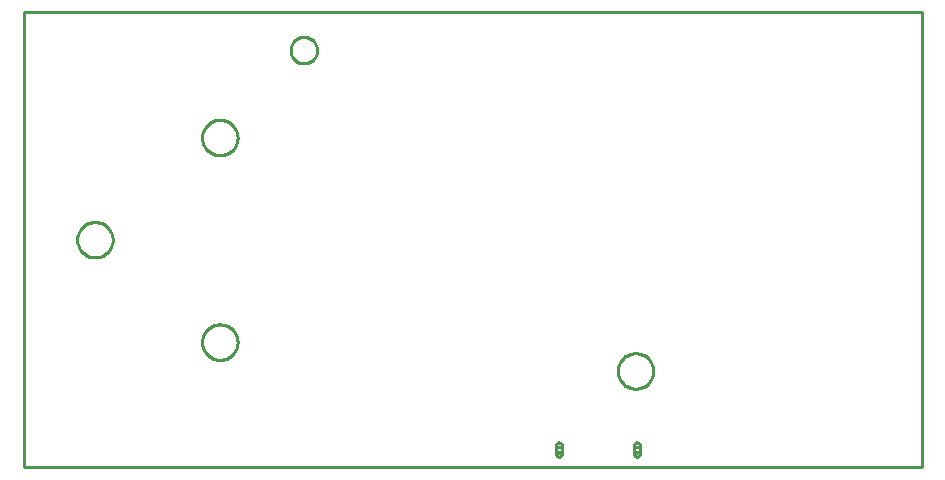
<source format=gbr>
G04 EAGLE Gerber RS-274X export*
G75*
%MOMM*%
%FSLAX34Y34*%
%LPD*%
%IN*%
%IPPOS*%
%AMOC8*
5,1,8,0,0,1.08239X$1,22.5*%
G01*
%ADD10C,0.254000*%


D10*
X0Y0D02*
X760000Y0D01*
X760000Y385000D01*
X0Y385000D01*
X0Y0D01*
X516300Y11300D02*
X516310Y11082D01*
X516338Y10866D01*
X516385Y10653D01*
X516451Y10445D01*
X516534Y10243D01*
X516635Y10050D01*
X516752Y9866D01*
X516885Y9693D01*
X517032Y9532D01*
X517193Y9385D01*
X517366Y9252D01*
X517550Y9135D01*
X517743Y9034D01*
X517945Y8951D01*
X518153Y8885D01*
X518366Y8838D01*
X518582Y8810D01*
X518800Y8800D01*
X519018Y8810D01*
X519234Y8838D01*
X519447Y8885D01*
X519655Y8951D01*
X519857Y9034D01*
X520050Y9135D01*
X520234Y9252D01*
X520407Y9385D01*
X520568Y9532D01*
X520715Y9693D01*
X520848Y9866D01*
X520965Y10050D01*
X521066Y10243D01*
X521149Y10445D01*
X521215Y10653D01*
X521262Y10866D01*
X521291Y11082D01*
X521300Y11300D01*
X521300Y18300D01*
X521291Y18518D01*
X521262Y18734D01*
X521215Y18947D01*
X521149Y19155D01*
X521066Y19357D01*
X520965Y19550D01*
X520848Y19734D01*
X520715Y19907D01*
X520568Y20068D01*
X520407Y20215D01*
X520234Y20348D01*
X520050Y20465D01*
X519857Y20566D01*
X519655Y20649D01*
X519447Y20715D01*
X519234Y20762D01*
X519018Y20791D01*
X518800Y20800D01*
X518582Y20791D01*
X518366Y20762D01*
X518153Y20715D01*
X517945Y20649D01*
X517743Y20566D01*
X517550Y20465D01*
X517366Y20348D01*
X517193Y20215D01*
X517032Y20068D01*
X516885Y19907D01*
X516752Y19734D01*
X516635Y19550D01*
X516534Y19357D01*
X516451Y19155D01*
X516385Y18947D01*
X516338Y18734D01*
X516310Y18518D01*
X516300Y18300D01*
X516300Y11300D01*
X450300Y11300D02*
X450310Y11082D01*
X450338Y10866D01*
X450385Y10653D01*
X450451Y10445D01*
X450534Y10243D01*
X450635Y10050D01*
X450752Y9866D01*
X450885Y9693D01*
X451032Y9532D01*
X451193Y9385D01*
X451366Y9252D01*
X451550Y9135D01*
X451743Y9034D01*
X451945Y8951D01*
X452153Y8885D01*
X452366Y8838D01*
X452582Y8810D01*
X452800Y8800D01*
X453018Y8810D01*
X453234Y8838D01*
X453447Y8885D01*
X453655Y8951D01*
X453857Y9034D01*
X454050Y9135D01*
X454234Y9252D01*
X454407Y9385D01*
X454568Y9532D01*
X454715Y9693D01*
X454848Y9866D01*
X454965Y10050D01*
X455066Y10243D01*
X455149Y10445D01*
X455215Y10653D01*
X455262Y10866D01*
X455291Y11082D01*
X455300Y11300D01*
X455300Y18300D01*
X455291Y18518D01*
X455262Y18734D01*
X455215Y18947D01*
X455149Y19155D01*
X455066Y19357D01*
X454965Y19550D01*
X454848Y19734D01*
X454715Y19907D01*
X454568Y20068D01*
X454407Y20215D01*
X454234Y20348D01*
X454050Y20465D01*
X453857Y20566D01*
X453655Y20649D01*
X453447Y20715D01*
X453234Y20762D01*
X453018Y20791D01*
X452800Y20800D01*
X452582Y20791D01*
X452366Y20762D01*
X452153Y20715D01*
X451945Y20649D01*
X451743Y20566D01*
X451550Y20465D01*
X451366Y20348D01*
X451193Y20215D01*
X451032Y20068D01*
X450885Y19907D01*
X450752Y19734D01*
X450635Y19550D01*
X450534Y19357D01*
X450451Y19155D01*
X450385Y18947D01*
X450338Y18734D01*
X450310Y18518D01*
X450300Y18300D01*
X450300Y11300D01*
X532800Y80764D02*
X532724Y79696D01*
X532571Y78635D01*
X532343Y77588D01*
X532041Y76560D01*
X531667Y75556D01*
X531222Y74581D01*
X530708Y73641D01*
X530129Y72740D01*
X529487Y71882D01*
X528785Y71072D01*
X528028Y70315D01*
X527218Y69613D01*
X526360Y68971D01*
X525459Y68392D01*
X524519Y67878D01*
X523544Y67433D01*
X522540Y67059D01*
X521512Y66757D01*
X520465Y66529D01*
X519404Y66376D01*
X518336Y66300D01*
X517264Y66300D01*
X516196Y66376D01*
X515135Y66529D01*
X514088Y66757D01*
X513060Y67059D01*
X512056Y67433D01*
X511081Y67878D01*
X510141Y68392D01*
X509240Y68971D01*
X508382Y69613D01*
X507572Y70315D01*
X506815Y71072D01*
X506113Y71882D01*
X505471Y72740D01*
X504892Y73641D01*
X504378Y74581D01*
X503933Y75556D01*
X503559Y76560D01*
X503257Y77588D01*
X503029Y78635D01*
X502876Y79696D01*
X502800Y80764D01*
X502800Y81836D01*
X502876Y82904D01*
X503029Y83965D01*
X503257Y85012D01*
X503559Y86040D01*
X503933Y87044D01*
X504378Y88019D01*
X504892Y88959D01*
X505471Y89860D01*
X506113Y90718D01*
X506815Y91528D01*
X507572Y92285D01*
X508382Y92987D01*
X509240Y93629D01*
X510141Y94208D01*
X511081Y94722D01*
X512056Y95167D01*
X513060Y95541D01*
X514088Y95843D01*
X515135Y96071D01*
X516196Y96224D01*
X517264Y96300D01*
X518336Y96300D01*
X519404Y96224D01*
X520465Y96071D01*
X521512Y95843D01*
X522540Y95541D01*
X523544Y95167D01*
X524519Y94722D01*
X525459Y94208D01*
X526360Y93629D01*
X527218Y92987D01*
X528028Y92285D01*
X528785Y91528D01*
X529487Y90718D01*
X530129Y89860D01*
X530708Y88959D01*
X531222Y88019D01*
X531667Y87044D01*
X532041Y86040D01*
X532343Y85012D01*
X532571Y83965D01*
X532724Y82904D01*
X532800Y81836D01*
X532800Y80764D01*
X75000Y191964D02*
X74924Y190896D01*
X74771Y189835D01*
X74543Y188788D01*
X74241Y187760D01*
X73867Y186756D01*
X73422Y185781D01*
X72908Y184841D01*
X72329Y183940D01*
X71687Y183082D01*
X70985Y182272D01*
X70228Y181515D01*
X69418Y180813D01*
X68560Y180171D01*
X67659Y179592D01*
X66719Y179078D01*
X65744Y178633D01*
X64740Y178259D01*
X63712Y177957D01*
X62665Y177729D01*
X61604Y177576D01*
X60536Y177500D01*
X59464Y177500D01*
X58396Y177576D01*
X57335Y177729D01*
X56288Y177957D01*
X55260Y178259D01*
X54256Y178633D01*
X53281Y179078D01*
X52341Y179592D01*
X51440Y180171D01*
X50582Y180813D01*
X49772Y181515D01*
X49015Y182272D01*
X48313Y183082D01*
X47671Y183940D01*
X47092Y184841D01*
X46578Y185781D01*
X46133Y186756D01*
X45759Y187760D01*
X45457Y188788D01*
X45229Y189835D01*
X45076Y190896D01*
X45000Y191964D01*
X45000Y193036D01*
X45076Y194104D01*
X45229Y195165D01*
X45457Y196212D01*
X45759Y197240D01*
X46133Y198244D01*
X46578Y199219D01*
X47092Y200159D01*
X47671Y201060D01*
X48313Y201918D01*
X49015Y202728D01*
X49772Y203485D01*
X50582Y204187D01*
X51440Y204829D01*
X52341Y205408D01*
X53281Y205922D01*
X54256Y206367D01*
X55260Y206741D01*
X56288Y207043D01*
X57335Y207271D01*
X58396Y207424D01*
X59464Y207500D01*
X60536Y207500D01*
X61604Y207424D01*
X62665Y207271D01*
X63712Y207043D01*
X64740Y206741D01*
X65744Y206367D01*
X66719Y205922D01*
X67659Y205408D01*
X68560Y204829D01*
X69418Y204187D01*
X70228Y203485D01*
X70985Y202728D01*
X71687Y201918D01*
X72329Y201060D01*
X72908Y200159D01*
X73422Y199219D01*
X73867Y198244D01*
X74241Y197240D01*
X74543Y196212D01*
X74771Y195165D01*
X74924Y194104D01*
X75000Y193036D01*
X75000Y191964D01*
X166336Y120700D02*
X167404Y120624D01*
X168465Y120471D01*
X169512Y120243D01*
X170540Y119941D01*
X171544Y119567D01*
X172519Y119122D01*
X173459Y118608D01*
X174360Y118029D01*
X175218Y117387D01*
X176028Y116685D01*
X176785Y115928D01*
X177487Y115118D01*
X178129Y114260D01*
X178708Y113359D01*
X179222Y112419D01*
X179667Y111444D01*
X180041Y110440D01*
X180343Y109412D01*
X180571Y108365D01*
X180724Y107304D01*
X180800Y106236D01*
X180800Y105164D01*
X180724Y104096D01*
X180571Y103035D01*
X180343Y101988D01*
X180041Y100960D01*
X179667Y99956D01*
X179222Y98981D01*
X178708Y98041D01*
X178129Y97140D01*
X177487Y96282D01*
X176785Y95472D01*
X176028Y94715D01*
X175218Y94013D01*
X174360Y93371D01*
X173459Y92792D01*
X172519Y92278D01*
X171544Y91833D01*
X170540Y91459D01*
X169512Y91157D01*
X168465Y90929D01*
X167404Y90776D01*
X166336Y90700D01*
X165264Y90700D01*
X164196Y90776D01*
X163135Y90929D01*
X162088Y91157D01*
X161060Y91459D01*
X160056Y91833D01*
X159081Y92278D01*
X158141Y92792D01*
X157240Y93371D01*
X156382Y94013D01*
X155572Y94715D01*
X154815Y95472D01*
X154113Y96282D01*
X153471Y97140D01*
X152892Y98041D01*
X152378Y98981D01*
X151933Y99956D01*
X151559Y100960D01*
X151257Y101988D01*
X151029Y103035D01*
X150876Y104096D01*
X150800Y105164D01*
X150800Y106236D01*
X150876Y107304D01*
X151029Y108365D01*
X151257Y109412D01*
X151559Y110440D01*
X151933Y111444D01*
X152378Y112419D01*
X152892Y113359D01*
X153471Y114260D01*
X154113Y115118D01*
X154815Y115928D01*
X155572Y116685D01*
X156382Y117387D01*
X157240Y118029D01*
X158141Y118608D01*
X159081Y119122D01*
X160056Y119567D01*
X161060Y119941D01*
X162088Y120243D01*
X163135Y120471D01*
X164196Y120624D01*
X165264Y120700D01*
X166336Y120700D01*
X166336Y293900D02*
X167404Y293824D01*
X168465Y293671D01*
X169512Y293443D01*
X170540Y293141D01*
X171544Y292767D01*
X172519Y292322D01*
X173459Y291808D01*
X174360Y291229D01*
X175218Y290587D01*
X176028Y289885D01*
X176785Y289128D01*
X177487Y288318D01*
X178129Y287460D01*
X178708Y286559D01*
X179222Y285619D01*
X179667Y284644D01*
X180041Y283640D01*
X180343Y282612D01*
X180571Y281565D01*
X180724Y280504D01*
X180800Y279436D01*
X180800Y278364D01*
X180724Y277296D01*
X180571Y276235D01*
X180343Y275188D01*
X180041Y274160D01*
X179667Y273156D01*
X179222Y272181D01*
X178708Y271241D01*
X178129Y270340D01*
X177487Y269482D01*
X176785Y268672D01*
X176028Y267915D01*
X175218Y267213D01*
X174360Y266571D01*
X173459Y265992D01*
X172519Y265478D01*
X171544Y265033D01*
X170540Y264659D01*
X169512Y264357D01*
X168465Y264129D01*
X167404Y263976D01*
X166336Y263900D01*
X165264Y263900D01*
X164196Y263976D01*
X163135Y264129D01*
X162088Y264357D01*
X161060Y264659D01*
X160056Y265033D01*
X159081Y265478D01*
X158141Y265992D01*
X157240Y266571D01*
X156382Y267213D01*
X155572Y267915D01*
X154815Y268672D01*
X154113Y269482D01*
X153471Y270340D01*
X152892Y271241D01*
X152378Y272181D01*
X151933Y273156D01*
X151559Y274160D01*
X151257Y275188D01*
X151029Y276235D01*
X150876Y277296D01*
X150800Y278364D01*
X150800Y279436D01*
X150876Y280504D01*
X151029Y281565D01*
X151257Y282612D01*
X151559Y283640D01*
X151933Y284644D01*
X152378Y285619D01*
X152892Y286559D01*
X153471Y287460D01*
X154113Y288318D01*
X154815Y289128D01*
X155572Y289885D01*
X156382Y290587D01*
X157240Y291229D01*
X158141Y291808D01*
X159081Y292322D01*
X160056Y292767D01*
X161060Y293141D01*
X162088Y293443D01*
X163135Y293671D01*
X164196Y293824D01*
X165264Y293900D01*
X166336Y293900D01*
X237342Y364200D02*
X238223Y364131D01*
X239096Y363992D01*
X239956Y363786D01*
X240797Y363513D01*
X241614Y363175D01*
X242401Y362773D01*
X243155Y362311D01*
X243870Y361792D01*
X244542Y361218D01*
X245168Y360592D01*
X245742Y359920D01*
X246261Y359205D01*
X246723Y358451D01*
X247125Y357664D01*
X247463Y356847D01*
X247736Y356006D01*
X247942Y355146D01*
X248081Y354273D01*
X248150Y353392D01*
X248150Y352508D01*
X248081Y351627D01*
X247942Y350754D01*
X247736Y349894D01*
X247463Y349053D01*
X247125Y348236D01*
X246723Y347449D01*
X246261Y346695D01*
X245742Y345980D01*
X245168Y345308D01*
X244542Y344683D01*
X243870Y344108D01*
X243155Y343589D01*
X242401Y343127D01*
X241614Y342726D01*
X240797Y342387D01*
X239956Y342114D01*
X239096Y341908D01*
X238223Y341769D01*
X237342Y341700D01*
X236458Y341700D01*
X235577Y341769D01*
X234704Y341908D01*
X233844Y342114D01*
X233003Y342387D01*
X232186Y342726D01*
X231399Y343127D01*
X230645Y343589D01*
X229930Y344108D01*
X229258Y344683D01*
X228633Y345308D01*
X228058Y345980D01*
X227539Y346695D01*
X227077Y347449D01*
X226676Y348236D01*
X226337Y349053D01*
X226064Y349894D01*
X225858Y350754D01*
X225719Y351627D01*
X225650Y352508D01*
X225650Y353392D01*
X225719Y354273D01*
X225858Y355146D01*
X226064Y356006D01*
X226337Y356847D01*
X226676Y357664D01*
X227077Y358451D01*
X227539Y359205D01*
X228058Y359920D01*
X228633Y360592D01*
X229258Y361218D01*
X229930Y361792D01*
X230645Y362311D01*
X231399Y362773D01*
X232186Y363175D01*
X233003Y363513D01*
X233844Y363786D01*
X234704Y363992D01*
X235577Y364131D01*
X236458Y364200D01*
X237342Y364200D01*
X455300Y14603D02*
X455238Y14215D01*
X455117Y13840D01*
X454938Y13490D01*
X454707Y13171D01*
X454429Y12893D01*
X454110Y12662D01*
X453760Y12483D01*
X453385Y12362D01*
X452997Y12300D01*
X452603Y12300D01*
X452215Y12362D01*
X451840Y12483D01*
X451490Y12662D01*
X451171Y12893D01*
X450893Y13171D01*
X450662Y13490D01*
X450483Y13840D01*
X450362Y14215D01*
X450300Y14603D01*
X450300Y14997D01*
X450362Y15385D01*
X450483Y15760D01*
X450662Y16110D01*
X450893Y16429D01*
X451171Y16707D01*
X451490Y16938D01*
X451840Y17117D01*
X452215Y17238D01*
X452603Y17300D01*
X452997Y17300D01*
X453385Y17238D01*
X453760Y17117D01*
X454110Y16938D01*
X454429Y16707D01*
X454707Y16429D01*
X454938Y16110D01*
X455117Y15760D01*
X455238Y15385D01*
X455300Y14997D01*
X455300Y14603D01*
X521300Y14603D02*
X521238Y14215D01*
X521117Y13840D01*
X520938Y13490D01*
X520707Y13171D01*
X520429Y12893D01*
X520110Y12662D01*
X519760Y12483D01*
X519385Y12362D01*
X518997Y12300D01*
X518603Y12300D01*
X518215Y12362D01*
X517840Y12483D01*
X517490Y12662D01*
X517171Y12893D01*
X516893Y13171D01*
X516662Y13490D01*
X516483Y13840D01*
X516362Y14215D01*
X516300Y14603D01*
X516300Y14997D01*
X516362Y15385D01*
X516483Y15760D01*
X516662Y16110D01*
X516893Y16429D01*
X517171Y16707D01*
X517490Y16938D01*
X517840Y17117D01*
X518215Y17238D01*
X518603Y17300D01*
X518997Y17300D01*
X519385Y17238D01*
X519760Y17117D01*
X520110Y16938D01*
X520429Y16707D01*
X520707Y16429D01*
X520938Y16110D01*
X521117Y15760D01*
X521238Y15385D01*
X521300Y14997D01*
X521300Y14603D01*
M02*

</source>
